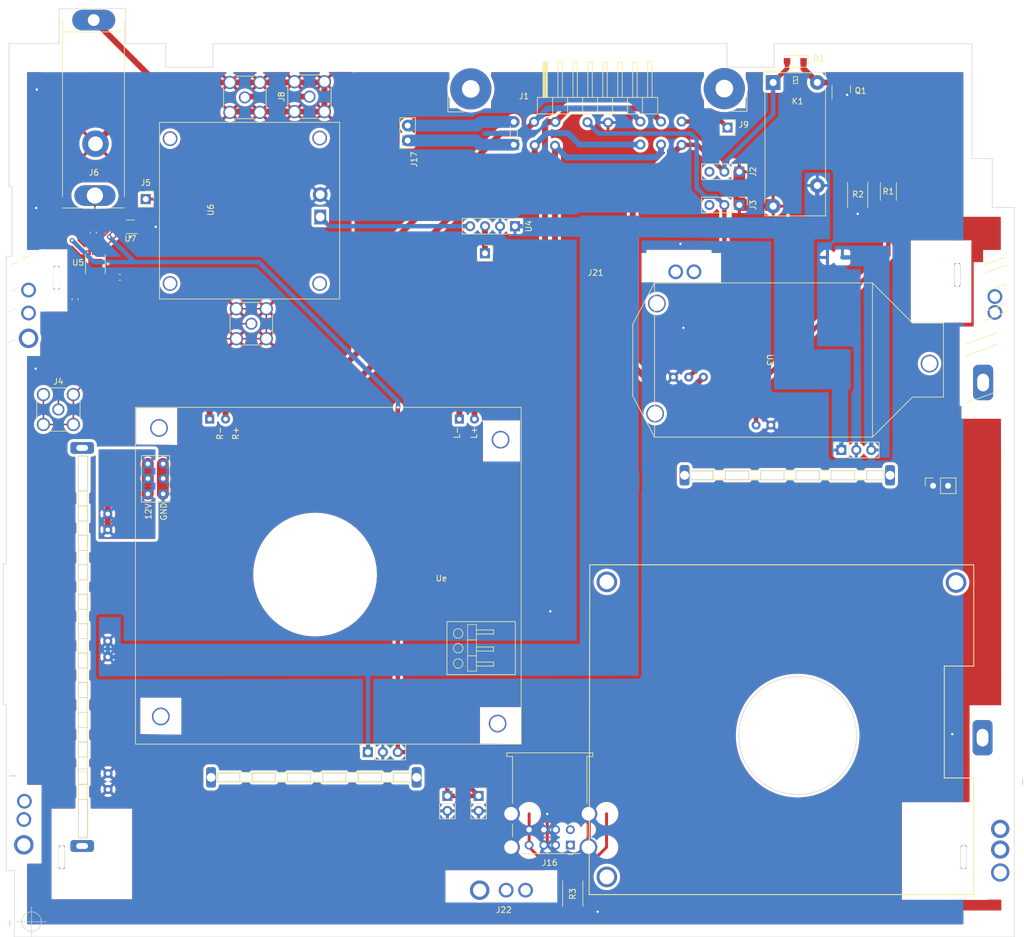
<source format=kicad_pcb>
(kicad_pcb (version 20211014) (generator pcbnew)
  (title_block (title "MotherboaredRev1_3") (date "2022-08-19") (rev "1.3"))
  (layers (0 "F.Cu" signal) (31 "B.Cu" signal) (34 "B.Paste" user) (35 "F.Paste" user) (36 "B.SilkS" user "B.Silkscreen") (37 "F.SilkS" user "F.Silkscreen") (38 "B.Mask" user) (39 "F.Mask" user) (44 "Edge.Cuts" user))
  (net 0 "")
  (net 1 "GND")
  (net 2 "Net-(Q1-Pad2)")
  (net 3 "Net-(J16-Pad9)")
  (net 4 "RELAY")
  (net 5 "Vmem")
  (net 6 "Vdd")
  (net 7 "Vsrc")
  (net 8 "Net-(D1-Pad1)")
  (net 9 "5V")
  (net 14 "Radio_EN")
  (net 15 "5V_GP")
  (net 16 "FrontSpkr_L+")
  (net 17 "FrontSpkr_L-")
  (net 18 "Illum")
  (net 19 "Dim")
  (net 20 "Antenna_Pwr")
  (net 21 "FrontSpkr_R+")
  (net 22 "FrontSpkr_R-")
  (net 23 "Vacc")
  (net 26 "Antenna")
  (net 27 "AudioPwr")
  (net 28 "RF_CTL")
  (net 29 "RF_A")
  (net 30 "RF_B")
  (net 31 "8V")
  (net 32 "Net-(C2-Pad1)")
  (net 33 "Net-(C3-Pad1)")
  (net 34 "RF_TX")
  (net 35 "RF_RX")
  (net 36 "RF_ATX")
  (net 37 "RF_gnd")
  (net 38 "Net-(C1-Pad2)")
  (footprint "Connector_PinSocket_2.54mm:PinSocket_1x01_P2.54mm_Vertical" (layer "F.Cu") (at 206.8 92.6)
    (fp_text reference "J10" hide)
    (fp_text value "RF_EN")
  )
  (footprint "Connector_Coaxial:SMA_Amphenol_132134_Vertical" (layer "F.Cu") (at 177 66 90)
    (fp_text reference "J8")
    (fp_text value "RF_TX")
  )
  (footprint "Relay_THT:Relay_1P1T_NO_10x24x18.8mm_Panasonic_ADW11xxxxW_THT" (layer "F.Cu") (at 255.7425 63.5925)
    (fp_text reference "K1")
    (fp_text value "ADW1112HTW " hide)
  )
  (footprint "Capacitor_SMD:C_0603_1608Metric_Pad1.08x0.95mm_HandSolder" (layer "F.Cu") (at 144.8 96.663454)
    (fp_text reference "C3" hide)
    (fp_text value "10uF" hide)
  )
  (footprint "Connector_PinSocket_2.54mm:PinSocket_1x02_P2.54mm_Vertical" (layer "F.Cu") (at 282.9 132.075 90)
    (fp_text reference "J14" hide)
    (fp_text value "5V_1")
  )
  (footprint "Custom:AudioAmp_PS" (layer "F.Cu") (at 140.7 192.25 90)
    (fp_text reference "U1" hide)
    (fp_text value "AudioAmp_PS")
  )
  (footprint "Custom:MotherBoard_Bracket_2" (layer "F.Cu") (at 125.395 110.0425)
    (fp_text reference "J21")
    (fp_text value "Motherboard bracket")
  )
  (footprint "Custom:SubaruRadioJack" (layer "F.Cu") (at 134.8675 83)
    (fp_text reference "J6")
    (fp_text value "AntennaExternal" hide)
  )
  (footprint "Connector_Coaxial:SMA_Amphenol_132134_Vertical" (layer "F.Cu") (at 134.366 119.126)
    (fp_text reference "J4")
    (fp_text value "RF_RX")
  )
  (footprint "Custom:5V_Reg_Footprint_VertMnt" (layer "F.Cu") (at 274.6 131.1 90)
    (fp_text reference "J15" hide)
    (fp_text value "RPI_Buck")
  )
  (footprint "Connector_PinSocket_2.54mm:PinSocket_1x02_P2.54mm_Vertical" (layer "F.Cu") (at 205.725 184.75)
    (fp_text reference "J20" hide)
    (fp_text value "5V_3")
  )
  (footprint "Connector_PinHeader_2.54mm:PinHeader_1x03_P2.54mm_Vertical" (layer "F.Cu") (at 250 78.75 -90)
    (fp_text reference "J2")
    (fp_text value "Vmem Jumper")
  )
  (footprint "Custom:MotherBoard_Bracket_1" (layer "F.Cu") (at 298.1 206.85)
    (fp_text reference "J22")
    (fp_text value "Motherboard bracket")
  )
  (footprint "Custom:PS_Controller" (layer "F.Cu") (at 231.6 97.275 -90)
    (fp_text reference "U3")
    (fp_text value "PowerSupplyCtrl")
  )
  (footprint "Custom:RectangleSlot" (layer "F.Cu") (at 288.1 195.14)
    (fp_text reference "H1" hide)
    (fp_text value "MountingHole")
  )
  (footprint "Custom:AudioAmp" (layer "F.Cu") (at 212.955 175.955 90)
    (fp_text reference "Ue")
    (fp_text value "AudioAmp")
  )
  (footprint "Connector_PinSocket_2.54mm:PinSocket_1x01_P2.54mm_Vertical" (layer "F.Cu") (at 248 71.25)
    (fp_text reference "J9")
    (fp_text value "AntennaPwr_Conn")
  )
  (footprint "Capacitor_SMD:C_0603_1608Metric_Pad1.08x0.95mm_HandSolder" (layer "F.Cu") (at 140.3 89.1 -90)
    (fp_text reference "C1" hide)
    (fp_text value "10uF" hide)
  )
  (footprint "Connector_USB:USB_A_Wuerth_61400826021_Horizontal_Stacked" (layer "F.Cu") (at 221.3 193.1 180)
    (fp_text reference "J16")
    (fp_text value "AUSB2-4599")
  )
  (footprint "Connector_PinSocket_2.54mm:PinSocket_1x01_P2.54mm_Vertical" (layer "F.Cu") (at 149.2 83.4)
    (fp_text reference "J5")
    (fp_text value "RF_CTRL")
  )
  (footprint "MountingHole:MountingHole_2.5mm_Pad" (layer "F.Cu") (at 286.8 148.5)
    (fp_text reference "H7" hide)
    (fp_text value "DAC_mount")
  )
  (footprint "Resistor_SMD:R_2512_6332Metric_Pad1.40x3.35mm_HandSolder" (layer "F.Cu") (at 270.1 82.7 90)
    (fp_text reference "R2")
    (fp_text value "47K" hide)
  )
  (footprint "Custom:HeadUnit_Conn" (layer "F.Cu") (at 200.9 68.1875)
    (fp_text reference "J1")
    (fp_text value "Wire Harness")
  )
  (footprint "Custom:RectangleSlot" (layer "F.Cu") (at 134.95 195.15)
    (fp_text reference "H2" hide)
    (fp_text value "MountingHole")
  )
  (footprint "Connector_PinSocket_2.54mm:PinSocket_1x02_P2.54mm_Vertical" (layer "F.Cu") (at 200.425 184.75)
    (fp_text reference "J18" hide)
    (fp_text value "5V_2")
  )
  (footprint "Capacitor_SMD:C_0603_1608Metric_Pad1.08x0.95mm_HandSolder" (layer "F.Cu") (at 137.2 100.4 -90)
    (fp_text reference "C2" hide)
    (fp_text value "10uF" hide)
  )
  (footprint "Resistor_SMD:R_2512_6332Metric_Pad1.40x3.35mm_HandSolder" (layer "F.Cu") (at 221.71 201.35 90)
    (fp_text reference "R3")
    (fp_text value "HCJ2512ZT0R00" hide)
  )
  (footprint "Diode_SMD:D_SOD-123F" (layer "F.Cu") (at 259.5 60 180)
    (fp_text reference "D1")
    (fp_text value "FS1B" hide)
  )
  (footprint "Custom:5V_Reg_Footprint_VertMnt" (layer "F.Cu") (at 194.2 182.4 90)
    (fp_text reference "J19" hide)
    (fp_text value "GP_Buck")
  )
  (footprint "Connector_PinHeader_2.54mm:PinHeader_1x03_P2.54mm_Vertical" (layer "F.Cu") (at 250 84.4 -90)
    (fp_text reference "J3")
    (fp_text value "Vacc_jumper")
  )
  (footprint "Resistor_SMD:R_2010_5025Metric_Pad1.40x2.65mm_HandSolder" (layer "F.Cu") (at 275.3 82.1 90)
    (fp_text reference "R1")
    (fp_text value "470Ohm")
  )
  (footprint "Custom:HMC784AMS8GETR" (layer "F.Cu") (at 140.6475 94.43655 -90)
    (fp_text reference "U5")
    (fp_text value "HMC784AMS8GETR" hide)
  )
  (footprint "Custom:RectangleSlot" (layer "F.Cu") (at 287 96.25)
    (fp_text reference "H4" hide)
    (fp_text value "MountingHole" hide)
  )
  (footprint "Connector_PinHeader_2.54mm:PinHeader_1x04_P2.54mm_Vertical" (layer "F.Cu") (at 211.9 88 -90)
    (fp_text reference "U4")
    (fp_text value "RadioRegulator")
  )
  (footprint "Package_TO_SOT_SMD:SOT-363_SC-70-6_Handsoldering" (layer "F.Cu") (at 146.6 88.1 180)
    (fp_text reference "U7")
    (fp_text value "SN74LVC2G06QDCKRQ1" hide)
  )
  (footprint "Custom:RectangleSlot" (layer "F.Cu") (at 134.05 96.75)
    (fp_text reference "H3" hide)
    (fp_text value "MountingHole")
  )
  (footprint "Connector_PinSocket_2.54mm:PinSocket_1x02_P2.54mm_Vertical" (layer "F.Cu") (at 193.675 73.45 180)
    (fp_text reference "J17")
    (fp_text value "Illum/Dim")
  )
  (footprint "MountingHole:MountingHole_2.5mm_Pad" (layer "F.Cu") (at 227.5 148.4)
    (fp_text reference "H5" hide)
    (fp_text value "DAC_mount")
  )
  (footprint "Custom:RadioAmp" (layer "F.Cu") (at 181.032 100.329 90)
    (fp_text reference "U6")
    (fp_text value "RadioAmp")
  )
  (footprint "MountingHole:MountingHole_2.5mm_Pad" (layer "F.Cu") (at 227.5 198.5)
    (fp_text reference "H8" hide)
    (fp_text value "DAC_mount" hide)
  )
  (footprint "Custom:SOT-23" (layer "F.Cu") (at 267.3 64.7 90)
    (fp_text reference "Q1")
    (fp_text value "T2N7002BK,LM")
  )
  (gr_line (start 289.8 145.5) (end 289.8 162.7) (layer "F.SilkS") (width 0.15))
  (gr_line (start 289.8 181.7) (end 289.8 201.5) (layer "F.SilkS") (width 0.15))
  (gr_line (start 224.6 145.5) (end 289.8 145.5) (layer "F.SilkS") (width 0.15))
  (gr_line (start 224.5 201.5) (end 224.6 145.5) (layer "F.SilkS") (width 0.15))
  (gr_line (start 289.8 201.5) (end 224.5 201.5) (layer "F.SilkS") (width 0.15))
  (gr_line (start 284.8 162.7) (end 284.8 181.7) (layer "F.SilkS") (width 0.15))
  (gr_line (start 289.8 162.7) (end 284.8 162.7) (layer "F.SilkS") (width 0.15))
  (gr_line (start 284.8 181.7) (end 289.8 181.7) (layer "F.SilkS") (width 0.15))
  (gr_rect (start 137.75 175.55) (end 139.35 178.15) (layer "Edge.Cuts") (width 0.1) (fill none))
  (gr_rect (start 173.3 180.9) (end 177.2 182.3) (layer "Edge.Cuts") (width 0.1) (fill none))
  (gr_rect (start 271.65 129.55) (end 274.55 131.05) (layer "Edge.Cuts") (width 0.1) (fill none))
  (gr_rect (start 137.75 135.45) (end 139.35 138.05) (layer "Edge.Cuts") (width 0.1) (fill none))
  (gr_line (start 126.5 81.3) (end 126.5 93.1) (layer "Edge.Cuts") (width 0.1))
  (gr_line (start 145.8 57) (end 152.6 57) (layer "Edge.Cuts") (width 0.1))
  (gr_line (start 126.5 93.1) (end 125.5 93.1) (layer "Edge.Cuts") (width 0.1))
  (gr_rect (start 259.65 129.55) (end 263.55 131.05) (layer "Edge.Cuts") (width 0.1) (fill none))
  (gr_rect (start 137.75 165.45) (end 139.35 168.05) (layer "Edge.Cuts") (width 0.1) (fill none))
  (gr_rect (start 161.45 180.9) (end 165.15 182.3) (layer "Edge.Cuts") (width 0.1) (fill none))
  (gr_line (start 247.9 57) (end 247.9 61) (layer "Edge.Cuts") (width 0.1))
  (gr_rect (start 137.75 185.35) (end 139.35 191.75) (layer "Edge.Cuts") (width 0.1) (fill none))
  (gr_line (start 255.9 61) (end 255.9 57) (layer "Edge.Cuts") (width 0.1))
  (gr_rect (start 191.3 180.9) (end 194.2 182.3) (layer "Edge.Cuts") (width 0.1) (fill none))
  (gr_rect (start 137.75 160.45) (end 139.35 163.05) (layer "Edge.Cuts") (width 0.1) (fill none))
  (gr_line (start 160.6 57) (end 247.9 57) (layer "Edge.Cuts") (width 0.1))
  (gr_line (start 125 145.4) (end 125 169.2) (layer "Edge.Cuts") (width 0.1))
  (gr_line (start 152.6 57) (end 152.6 61) (layer "Edge.Cuts") (width 0.1))
  (gr_line (start 134.5 51.1) (end 145.8 51) (layer "Edge.Cuts") (width 0.1))
  (gr_line (start 125.5 169.2) (end 125.5 197.4) (layer "Edge.Cuts") (width 0.1))
  (gr_line (start 125.5 145.4) (end 125 145.4) (layer "Edge.Cuts") (width 0.1))
  (gr_line (start 292.95 76.5) (end 292.95 84.8) (layer "Edge.Cuts") (width 0.1))
  (gr_rect (start 253.65 129.55) (end 257.6 131.05) (layer "Edge.Cuts") (width 0.1) (fill none))
  (gr_line (start 292.95 84.8) (end 296.7 84.8) (layer "Edge.Cuts") (width 0.1))
  (gr_rect (start 137.75 180.15) (end 139.35 182.75) (layer "Edge.Cuts") (width 0.1) (fill none))
  (gr_line (start 125 169.2) (end 125.5 169.2) (layer "Edge.Cuts") (width 0.1))
  (gr_line (start 296.7 84.8) (end 296.7 208.7) (layer "Edge.Cuts") (width 0.1))
  (gr_line (start 126.9 208.7) (end 296.7 208.7) (layer "Edge.Cuts") (width 0.1))
  (gr_rect (start 185.3 180.9) (end 189.2 182.3) (layer "Edge.Cuts") (width 0.1) (fill none))
  (gr_rect (start 137.75 140.45) (end 139.35 143.05) (layer "Edge.Cuts") (width 0.1) (fill none))
  (gr_rect (start 179.3 180.9) (end 183.2 182.3) (layer "Edge.Cuts") (width 0.1) (fill none))
  (gr_rect (start 247.65 129.6) (end 251.6 131) (layer "Edge.Cuts") (width 0.1) (fill none))
  (gr_line (start 152.6 61) (end 160.6 61) (layer "Edge.Cuts") (width 0.1))
  (gr_line (start 126.9 197.4) (end 126.9 208.7) (layer "Edge.Cuts") (width 0.1))
  (gr_line (start 134.5 57) (end 134.5 51.1) (layer "Edge.Cuts") (width 0.1))
  (gr_line (start 126 57) (end 134.5 57) (layer "Edge.Cuts") (width 0.1))
  (gr_rect (start 241.75 129.6) (end 245.5 131) (layer "Edge.Cuts") (width 0.1) (fill none))
  (gr_rect (start 137.75 155.45) (end 139.35 158.05) (layer "Edge.Cuts") (width 0.1) (fill none))
  (gr_line (start 289.5 76.5) (end 292.95 76.5) (layer "Edge.Cuts") (width 0.1))
  (gr_line (start 126 81.3) (end 126.5 81.3) (layer "Edge.Cuts") (width 0.1))
  (gr_rect (start 137.75 150.45) (end 139.35 153.05) (layer "Edge.Cuts") (width 0.1) (fill none))
  (gr_line (start 125.5 93.1) (end 125.5 145.4) (layer "Edge.Cuts") (width 0.1))
  (gr_rect (start 137.75 127.05) (end 139.35 132.95) (layer "Edge.Cuts") (width 0.1) (fill none))
  (gr_rect (start 137.75 145.45) (end 139.35 148.05) (layer "Edge.Cuts") (width 0.1) (fill none))
  (gr_rect (start 167.3 180.9) (end 171.2 182.3) (layer "Edge.Cuts") (width 0.1) (fill none))
  (gr_line (start 160.6 61) (end 160.6 57) (layer "Edge.Cuts") (width 0.1))
  (gr_rect (start 137.75 170.55) (end 139.35 173.15) (layer "Edge.Cuts") (width 0.1) (fill none))
  (gr_line (start 289.5 57) (end 289.5 76.5) (layer "Edge.Cuts") (width 0.1))
  (gr_line (start 247.9 61) (end 255.9 61) (layer "Edge.Cuts") (width 0.1))
  (gr_line (start 145.8 51) (end 145.8 57) (layer "Edge.Cuts") (width 0.1))
  (gr_line (start 255.9 57) (end 289.5 57) (layer "Edge.Cuts") (width 0.1))
  (gr_circle (center 259.9 174.5) (end 269.9 174.6) (layer "Edge.Cuts") (width 0.1) (fill none))
  (gr_line (start 126 81.3) (end 126 57) (layer "Edge.Cuts") (width 0.1))
  (gr_rect (start 265.6 129.55) (end 269.6 131.05) (layer "Edge.Cuts") (width 0.1) (fill none))
  (gr_line (start 125.5 197.4) (end 126.9 197.4) (layer "Edge.Cuts") (width 0.1))
  (target plus (at 129.8 206.1) (size 5) (width 0.1) (layer "Edge.Cuts"))
  (segment (start 152.1 128.35) (end 152.1 133.45) (width 2) (layer "F.Cu") (net 1))
  (segment (start 200.425 187.29) (end 205.725 187.29) (width 0.25) (layer "F.Cu") (net 1))
  (segment (start 221.71 204.4) (end 225.93 204.4) (width 0.25) (layer "F.Cu") (net 1))
  (segment (start 217.38 190.48) (end 217.38 193.1) (width 0.5) (layer "F.Cu") (net 1))
  (segment (start 225.93 204.4) (end 225.94 204.41) (width 0.25) (layer "F.Cu") (net 1))
  (segment (start 217.38 190.48) (end 217.38 187.81) (width 0.5) (layer "F.Cu") (net 1))
  (segment (start 147.93 88.1) (end 150.9 88.1) (width 0.25) (layer "F.Cu") (net 1))
  (via (at 286.15 174.25) (size 0.8) (drill 0.4) (layers "F.Cu" "B.Cu") (net 1))
  (via (at 225.94 204.41) (size 0.8) (drill 0.4) (layers "F.Cu" "B.Cu") (net 1))
  (via (at 217.38 187.81) (size 0.8) (drill 0.4) (layers "F.Cu" "B.Cu") (net 1))
  (via (at 268.3 65.7) (size 0.8) (drill 0.4) (layers "F.Cu" "B.Cu") (net 1))
  (via (at 240.5 105.25) (size 0.8) (drill 0.4) (layers "F.Cu" "B.Cu") (net 1))
  (via (at 150.9 88.1) (size 0.8) (drill 0.4) (layers "F.Cu" "B.Cu") (net 1))
  (via (at 240 91) (size 0.8) (drill 0.4) (layers "F.Cu" "B.Cu") (net 1))
  (via (at 270.1 85.9) (size 0.8) (drill 0.4) (layers "F.Cu" "B.Cu") (net 1))
  (via (at 130.6 84.9) (size 0.8) (drill 0.4) (layers "F.Cu" "B.Cu") (net 1))
  (via (at 217.9 153.4) (size 0.8) (drill 0.4) (layers "F.Cu" "B.Cu") (net 1))
  (via (at 130.7 64.8) (size 0.8) (drill 0.4) (layers "F.Cu" "B.Cu") (net 1))
  (via (at 130.5 112.2) (size 0.8) (drill 0.4) (layers "F.Cu" "B.Cu") (net 1))
  (segment (start 269.95 79.65) (end 266.35 76.05) (width 1) (layer "F.Cu") (net 2))
  (segment (start 275.3 79.7) (end 270.15 79.7) (width 1) (layer "F.Cu") (net 2))
  (segment (start 270.1 79.65) (end 269.95 79.65) (width 0.25) (layer "F.Cu") (net 2))
  (segment (start 270.15 79.7) (end 270.1 79.65) (width 0.25) (layer "F.Cu") (net 2))
  (segment (start 266.35 76.05) (end 266.35 65.6375) (width 1) (layer "F.Cu") (net 2))
  (segment (start 227.45 187.77) (end 227.45 193.45) (width 0.5) (layer "F.Cu") (net 3))
  (segment (start 214.31 193.45) (end 217.4 196.54) (width 0.5) (layer "F.Cu") (net 3))
  (segment (start 222.6 198.3) (end 221.71 198.3) (width 0.25) (layer "F.Cu") (net 3))
  (segment (start 217.4 196.54) (end 219.95 196.54) (width 0.5) (layer "F.Cu") (net 3))
  (segment (start 227.45 193.45) (end 222.6 198.3) (width 0.5) (layer "F.Cu") (net 3))
  (segment (start 214.31 187.77) (end 214.31 193.45) (width 0.5) (layer "F.Cu") (net 3))
  (segment (start 219.95 196.54) (end 221.71 198.3) (width 0.5) (layer "F.Cu") (net 3))
  (segment (start 275.3 84.5) (end 275.3 92.9) (width 0.75) (layer "F.Cu") (net 4))
  (segment (start 275.3 92.9) (end 252.85 115.35) (width 0.75) (layer "F.Cu") (net 4))
  (segment (start 252.85 115.35) (end 252.85 121.775) (width 0.75) (layer "F.Cu") (net 4))
  (segment (start 240.2 74.1875) (end 231.9 82.4875) (width 1) (layer "F.Cu") (net 5))
  (segment (start 231.9 82.4875) (end 231.9 111.6) (width 1) (layer "F.Cu") (net 5))
  (segment (start 258.1 60) (end 258.1 61.235) (width 0.75) (layer "F.Cu") (net 5))
  (segment (start 240.2 74.1875) (end 242.8975 74.1875) (width 0.75) (layer "F.Cu") (net 5))
  (segment (start 242.8975 74.1875) (end 247.46 78.75) (width 0.75) (layer "F.Cu") (net 5))
  (segment (start 237.3 117) (end 240.525 117) (width 1) (layer "F.Cu") (net 5))
  (segment (start 231.9 111.6) (end 237.3 117) (width 1) (layer "F.Cu") (net 5))
  (segment (start 258.1 61.235) (end 255.7425 63.5925) (width 0.75) (layer "F.Cu") (net 5))
  (segment (start 240.525 117) (end 243.9 113.625) (width 1) (layer "F.Cu") (net 5))
  (segment (start 247.46 78.75) (end 247.46 77.24) (width 0.75) (layer "B.Cu") (net 5))
  (segment (start 247.46 77.24) (end 255.7425 68.9575) (width 0.75) (layer "B.Cu") (net 5))
  (segment (start 255.7425 68.9575) (end 255.7425 63.5925) (width 0.75) (layer "B.Cu") (net 5))
  (segment (start 255.55 84.4) (end 255.7425 84.5925) (width 2) (layer "F.Cu") (net 6))
  (segment (start 250 84.4) (end 255.55 84.4) (width 2) (layer "F.Cu") (net 6))
  (segment (start 250 84.4) (end 250 78.75) (width 2) (layer "F.Cu") (net 6))
  (segment (start 263.2425 87.2575) (end 262.5 88) (width 0.75) (layer "B.Cu") (net 7))
  (segment (start 142.75 161.15) (end 142.75 158.45) (width 0.75) (layer "B.Cu") (net 7))
  (segment (start 265.3 113.1) (end 267.37 115.17) (width 0.75) (layer "B.Cu") (net 7))
  (segment (start 258.6 88) (end 258.6 107.5) (width 0.75) (layer "B.Cu") (net 7))
  (segment (start 186.95 161.61) (end 186.95 177.3) (width 0.75) (layer "B.Cu") (net 7))
  (segment (start 224.8 160.5) (end 224.2 161.1) (width 0.75) (layer "B.Cu") (net 7))
  (segment (start 224.2 161.1) (end 214.9 161.1) (width 0.75) (layer "B.Cu") (net 7))
  (segment (start 222.8 88) (end 224.8 90) (width 0.75) (layer "B.Cu") (net 7))
  (segment (start 258.6 88) (end 222.7 88) (width 0.75) (layer "B.Cu") (net 7))
  (segment (start 222.7 88) (end 222.8 88) (width 0.75) (layer "B.Cu") (net 7))
  (segment (start 262.5 88) (end 258.6 88) (width 0.75) (layer "B.Cu") (net 7))
  (segment (start 189.45 161.15) (end 214.85 161.15) (width 0.75) (layer "B.Cu") (net 7))
  (segment (start 214.85 161.15) (end 214.9 161.1) (width 0.75) (layer "B.Cu") (net 7))
  (segment (start 224.8 90) (end 224.8 160.5) (width 0.75) (layer "B.Cu") (net 7))
  (segment (start 267.37 122.32) (end 267.32 122.37) (width 0.75) (layer "B.Cu") (net 7))
  (segment (start 214.9 161.1) (end 214.5 161.1) (width 0.75) (layer "B.Cu") (net 7))
  (segment (start 189.45 161.15) (end 186.97 163.63) (width 0.75) (layer "B.Cu") (net 7))
  (segment (start 258.6 107.5) (end 264.2 113.1) (width 0.75) (layer "B.Cu") (net 7))
  (segment (start 267.32 122.37) (end 267.32 126) (width 0.75) (layer "B.Cu") (net 7))
  (segment (start 267.37 115.17) (end 267.37 122.32) (width 0.75) (layer "B.Cu") (net 7))
  (segment (start 211.9 88) (end 222.7 88) (width 0.75) (layer "B.Cu") (net 7))
  (segment (start 263.2425 81.0925) (end 263.2425 87.2575) (width 0.75) (layer "B.Cu") (net 7))
  (segment (start 264.2 113.1) (end 265.3 113.1) (width 0.75) (layer "B.Cu") (net 7))
  (segment (start 189.45 161.15) (end 142.75 161.15) (width 0.75) (layer "B.Cu") (net 7))
  (segment (start 267.105 63.5925) (end 267.1625 63.65) (width 0.25) (layer "F.Cu") (net 8))
  (segment (start 267.13 63.5925) (end 267.3 63.7625) (width 1) (layer "F.Cu") (net 8))
  (segment (start 260.9 61.25) (end 260.9 60) (width 1) (layer "F.Cu") (net 8))
  (segment (start 263.2425 63.5925) (end 267.13 63.5925) (width 1) (layer "F.Cu") (net 8))
  (segment (start 263.2425 63.5925) (end 260.9 61.25) (width 1) (layer "F.Cu") (net 8))
  (segment (start 272.4 93.9) (end 272.4 126) (width 0.75) (layer "B.Cu") (net 9))
  (segment (start 267.5 93.3) (end 271.8 93.3) (width 0.75) (layer "B.Cu") (net 9))
  (segment (start 271.8 93.3) (end 272.4 93.9) (width 0.75) (layer "B.Cu") (net 9))
  (segment (start 206.8 92.6) (end 206.8 88.02) (width 1) (layer "F.Cu") (net 14))
  (segment (start 206.8 88.02) (end 206.82 88) (width 0.3) (layer "F.Cu") (net 14))
  (segment (start 200.425 181.765) (end 200.425 184.75) (width 0.75) (layer "F.Cu") (net 15))
  (segment (start 195.96 177.3) (end 192 177.3) (width 0.75) (layer "F.Cu") (net 15))
  (segment (start 197.98 179.32) (end 195.96 177.3) (width 0.75) (layer "F.Cu") (net 15))
  (segment (start 200.295 179.32) (end 205.725 184.75) (width 0.75) (layer "F.Cu") (net 15))
  (segment (start 136.7 90.4) (end 138.51405 92.21405) (width 0.2) (layer "F.Cu") (net 15))
  (segment (start 224.38 190.48) (end 224.38 193.1) (width 0.75) (layer "F.Cu") (net 15))
  (segment (start 192 118.8) (end 192 177.3) (width 0.75) (layer "F.Cu") (net 15))
  (segment (start 200.425 184.75) (end 205.725 184.75) (width 0.75) (layer "F.Cu") (net 15))
  (segment (start 221.92 179.32) (end 224.38 181.78) (width 0.75) (layer "F.Cu") (net 15))
  (segment (start 144.370978 88.1) (end 145.27 88.1) (width 0.2) (layer "F.Cu") (net 15))
  (segment (start 200.42 179.32) (end 221.92 179.32) (width 0.75) (layer "F.Cu") (net 15))
  (segment (start 197.98 179.32) (end 200.425 181.765) (width 0.75) (layer "F.Cu") (net 15))
  (segment (start 198.82 179.32) (end 200.295 179.32) (width 0.75) (layer "F.Cu") (net 15))
  (segment (start 224.38 181.78) (end 224.38 190.48) (width 0.75) (layer "F.Cu") (net 15))
  (segment (start 143 89.8) (end 143 89.470978) (width 0.2) (layer "F.Cu") (net 15))
  (segment (start 198.82 179.32) (end 200.42 179.32) (width 0.75) (layer "F.Cu") (net 15))
  (segment (start 143 89.470978) (end 144.370978 88.1) (width 0.2) (layer "F.Cu") (net 15))
  (segment (start 138.51405 92.21405) (end 139.67214 92.21405) (width 0.2) (layer "F.Cu") (net 15))
  (segment (start 197.98 179.32) (end 198.82 179.32) (width 0.75) (layer "F.Cu") (net 15))
  (segment (start 192.05 118.75) (end 192 118.8) (width 0.75) (layer "F.Cu") (net 15))
  (via (at 192.05 118.75) (size 0.8) (drill 0.4) (layers "F.Cu" "B.Cu") (net 15))
  (via (at 136.7 90.4) (size 0.8) (drill 0.4) (layers "F.Cu" "B.Cu") (net 15))
  (via (at 143 89.8) (size 0.8) (drill 0.4) (layers "F.Cu" "B.Cu") (net 15))
  (segment (start 192.05 118.75) (end 192.05 117.75) (width 0.75) (layer "B.Cu") (net 15))
  (segment (start 168.4 94.1) (end 147.3 94.1) (width 0.75) (layer "B.Cu") (net 15))
  (segment (start 192.05 117.75) (end 168.4 94.1) (width 0.75) (layer "B.Cu") (net 15))
  (segment (start 140.4 94.1) (end 136.7 90.4) (width 0.75) (layer "B.Cu") (net 15))
  (segment (start 147.3 94.1) (end 140.4 94.1) (width 0.75) (layer "B.Cu") (net 15))
  (segment (start 143 89.8) (end 147.3 94.1) (width 0.75) (layer "B.Cu") (net 15))
  (segment (start 218.7 74.3375) (end 218.7 102.2) (width 1) (layer "F.Cu") (net 16))
  (segment (start 205.015 115.885) (end 205.015 120.755) (width 1) (layer "F.Cu") (net 16))
  (segment (start 218.7 102.2) (end 205.015 115.885) (width 1) (layer "F.Cu") (net 16))
  (segment (start 236.7 75.4) (end 236.7 74.1375) (width 1) (layer "B.Cu") (net 16))
  (segment (start 220.6625 76.3) (end 235.8 76.3) (width 1) (layer "B.Cu") (net 16))
  (segment (start 218.7 74.3375) (end 220.6625 76.3) (width 1) (layer "B.Cu") (net 16))
  (segment (start 235.8 76.3) (end 236.7 75.4) (width 1) (layer "B.Cu") (net 16))
  (segment (start 218.75 70.2875) (end 221.0375 68) (width 1) (layer "F.Cu") (net 17))
  (segment (start 217 70.75) (end 217 101.1) (width 1) (layer "F.Cu") (net 17))
  (segment (start 221.0375 68) (end 234.4625 68) (width 1) (layer "F.Cu") (net 17))
  (segment (start 202.455 115.645) (end 202.455 120.755) (width 1) (layer "F.Cu") (net 17))
  (segment (start 217.4625 70.2875) (end 217 70.75) (width 1) (layer "F.Cu") (net 17))
  (segment (start 217 101.1) (end 202.455 115.645) (width 1) (layer "F.Cu") (net 17))
  (segment (start 234.4625 68) (end 236.7 70.2375) (width 1) (layer "F.Cu") (net 17))
  (segment (start 218.75 70.2875) (end 217.4625 70.2875) (width 1) (layer "F.Cu") (net 17))
  (segment (start 205.9925 74.1675) (end 205.275 73.45) (width 2) (layer "B.Cu") (net 18))
  (segment (start 211.7 74.1675) (end 205.9925 74.1675) (width 2) (layer "B.Cu") (net 18))
  (segment (start 205.275 73.45) (end 193.675 73.45) (width 2) (layer "B.Cu") (net 18))
  (segment (start 206.0975 70.2875) (end 205.475 70.91) (width 2) (layer "B.Cu") (net 19))
  (segment (start 205.475 70.91) (end 193.675 70.91) (width 2) (layer "B.Cu") (net 19))
  (segment (start 211.7 70.2875) (end 206.0975 70.2875) (width 2) (layer "B.Cu") (net 19))
  (segment (start 240.2 70.2375) (end 246.9875 70.2375) (width 0.75) (layer "F.Cu") (net 20))
  (segment (start 246.9875 70.2375) (end 248 71.25) (width 0.75) (layer "F.Cu") (net 20))
  (segment (start 213.5 77.5) (end 209.75 77.5) (width 1) (layer "F.Cu") (net 21))
  (segment (start 162.755 117.545) (end 162.755 120.755) (width 1) (layer "F.Cu") (net 21))
  (segment (start 215.25 74.2375) (end 215.25 75.75) (width 1) (layer "F.Cu") (net 21))
  (segment (start 189.699022 97.550978) (end 189.699022 109.600978) (width 1) (layer "F.Cu") (net 21))
  (segment (start 189.699022 109.600978) (end 185.2 114.1) (width 1) (layer "F.Cu") (net 21))
  (segment (start 166.2 114.1) (end 162.755 117.545) (width 1) (layer "F.Cu") (net 21))
  (segment (start 185.2 114.1) (end 166.2 114.1) (width 1) (layer "F.Cu") (net 21))
  (segment (start 215.25 75.75) (end 213.5 77.5) (width 1) (layer "F.Cu") (net 21))
  (segment (start 209.75 77.5) (end 189.699022 97.550978) (width 1) (layer "F.Cu") (net 21))
  (segment (start 233.2 74.1375) (end 222.8375 74.1375) (width 1) (layer "B.Cu") (net 21))
  (segment (start 222.8375 74.1375) (end 220.9 72.2) (width 1) (layer "B.Cu") (net 21))
  (segment (start 220.9 72.2) (end 217.2875 72.2) (width 1) (layer "B.Cu") (net 21))
  (segment (start 217.2875 72.2) (end 215.25 74.2375) (width 1) (layer "B.Cu") (net 21))
  (segment (start 185.771011 108.828989) (end 182.7 111.9) (width 1) (layer "F.Cu") (net 22))
  (segment (start 160.055 116.245) (end 160.055 120.755) (width 1) (layer "F.Cu") (net 22))
  (segment (start 182.7 111.9) (end 164.4 111.9) (width 1) (layer "F.Cu") (net 22))
  (segment (start 213.1875 72.25) (end 209.5 72.25) (width 1) (layer "F.Cu") (net 22))
  (segment (start 209.5 72.25) (end 185.771011 95.978989) (width 1) (layer "F.Cu") (net 22))
  (segment (start 185.771011 95.978989) (end 185.771011 108.828989) (width 1) (layer "F.Cu") (net 22))
  (segment (start 164.4 111.9) (end 160.055 116.245) (width 1) (layer "F.Cu") (net 22))
  (segment (start 215.15 70.2875) (end 213.1875 72.25) (width 1) (layer "F.Cu") (net 22))
  (segment (start 217.4375 68) (end 230.9625 68) (width 1) (layer "B.Cu") (net 22))
  (segment (start 215.15 70.2875) (end 217.4375 68) (width 1) (layer "B.Cu") (net 22))
  (segment (start 230.9625 68) (end 233.2 70.2375) (width 1) (layer "B.Cu") (net 22))
  (segment (start 247.46 107.94) (end 247.085 107.94) (width 0.75) (layer "F.Cu") (net 23))
  (segment (start 247.085 107.94) (end 241.4 113.625) (width 0.75) (layer "F.Cu") (net 23))
  (segment (start 247.46 84.4) (end 247.46 107.94) (width 0.75) (layer "F.Cu") (net 23))
  (segment (start 241.75 72.25) (end 242.75 73.25) (width 0.75) (layer "B.Cu") (net 23))
  (segment (start 246.035489 82.975489) (end 247.46 84.4) (width 0.75) (layer "B.Cu") (net 23))
  (segment (start 244.225489 82.975489) (end 246.035489 82.975489) (width 0.75) (layer "B.Cu") (net 23))
  (segment (start 242.75 73.25) (end 242.75 81.5) (width 0.75) (layer "B.Cu") (net 23))
  (segment (start 242.75 81.5) (end 244.225489 82.975489) (width 0.75) (layer "B.Cu") (net 23))
  (segment (start 226.1125 72.25) (end 241.75 72.25) (width 0.75) (layer "B.Cu") (net 23))
  (segment (start 224.2 70.3375) (end 226.1125 72.25) (width 0.75) (layer "B.Cu") (net 23))
  (segment (start 140.5675 87.97) (end 140.5675 82.8) (width 0.3) (layer "F.Cu") (net 26))
  (segment (start 140.3 88.2375) (end 140.5675 87.97) (width 0.3) (layer "F.Cu") (net 26))
  (segment (start 149.555 133.455) (end 143.345 133.455) (width 1) (layer "F.Cu") (net 27))
  (segment (start 149.55 128.35) (end 149.55 133.45) (width 2) (layer "F.Cu") (net 27))
  (segment (start 142.75 134.05) (end 142.75 139.55) (width 1) (layer "F.Cu") (net 27))
  (segment (start 143.345 133.455) (end 142.75 134.05) (width 1) (layer "F.Cu") (net 27))
  (segment (start 153.6 84.8) (end 153.6 89.2) (width 0.5) (layer "F.Cu") (net 28))
  (segment (start 153.6 89.2) (end 153 89.8) (width 0.5) (layer "F.Cu") (net 28))
  (segment (start 152.2 83.4) (end 153.6 84.8) (width 0.5) (layer "F.Cu") (net 28))
  (segment (start 149.2 83.4) (end 152.2 83.4) (width 0.5) (layer "F.Cu") (net 28))
  (segment (start 153 89.8) (end 148.98 89.8) (width 0.5) (layer "F.Cu") (net 28))
  (segment (start 148.98 89.8) (end 147.93 88.75) (width 0.5) (layer "F.Cu") (net 28))
  (segment (start 145.27 88.75) (end 146.27 88.75) (width 0.25) (layer "F.Cu") (net 29))
  (segment (start 145.08691 88.75) (end 141.62286 92.21405) (width 0.25) (layer "F.Cu") (net 29))
  (segment (start 146.855489 88.164511) (end 146.855489 87.575489) (width 0.25) (layer "F.Cu") (net 29))
  (segment (start 146.855489 87.575489) (end 146.980978 87.45) (width 0.25) (layer "F.Cu") (net 29))
  (segment (start 145.27 88.75) (end 145.08691 88.75) (width 0.25) (layer "F.Cu") (net 29))
  (segment (start 146.980978 87.45) (end 147.93 87.45) (width 0.25) (layer "F.Cu") (net 29))
  (segment (start 146.27 88.75) (end 146.855489 88.164511) (width 0.25) (layer "F.Cu") (net 29))
  (segment (start 145.27 87.45) (end 144.320978 87.45) (width 0.25) (layer "F.Cu") (net 30))
  (segment (start 144.320978 87.45) (end 140.97262 90.798358) (width 0.25) (layer "F.Cu") (net 30))
  (segment (start 140.97262 90.798358) (end 140.97262 92.21405) (width 0.25) (layer "F.Cu") (net 30))
  (segment (start 204.28 88) (end 180.403 88) (width 0.75) (layer "B.Cu") (net 31))
  (segment (start 180.403 88) (end 178.832 86.429) (width 0.75) (layer "B.Cu") (net 31))
  (segment (start 137.2 99.5375) (end 137.2 99.13119) (width 0.25) (layer "F.Cu") (net 32))
  (segment (start 137.2 99.13119) (end 139.67214 96.65905) (width 0.25) (layer "F.Cu") (net 32))
  (segment (start 141.62286 96.65905) (end 143.933096 96.65905) (width 0.25) (layer "F.Cu") (net 33))
  (segment (start 143.933096 96.65905) (end 143.9375 96.663454) (width 0.25) (layer "F.Cu") (net 33))
  (segment (start 166.161 66) (end 166.032 66.129) (width 0.25) (layer "F.Cu") (net 34))
  (segment (start 177 66) (end 166.161 66) (width 1) (layer "F.Cu") (net 34))
  (segment (start 137.2 101.2625) (end 137.2 102.525816) (width 0.25) (layer "F.Cu") (net 35))
  (segment (start 137.2 102.525816) (end 134.366 105.359816) (width 0.25) (layer "F.Cu") (net 35))
  (segment (start 134.366 119.126) (end 134.366 105.359816) (width 0.25) (layer "F.Cu") (net 35))
  (segment (start 154.259 104.559) (end 167.132 104.559) (width 0.25) (layer "F.Cu") (net 36))
  (segment (start 146.363454 96.663454) (end 154.259 104.559) (width 0.25) (layer "F.Cu") (net 36))
  (segment (start 145.6625 96.663454) (end 146.363454 96.663454) (width 0.25) (layer "F.Cu") (net 36))
  (segment (start 163.492 63.589) (end 179.411 63.589) (width 1) (layer "F.Cu") (net 37))
  (segment (start 163.492 63.589) (end 151.0785 63.589) (width 1) (layer "F.Cu") (net 37))
  (segment (start 150.9565 63.589) (end 140.3675 53) (width 1) (layer "F.Cu") (net 37))
  (segment (start 136.906 121.666) (end 136.906 116.586) (width 0.25) (layer "F.Cu") (net 37))
  (segment (start 179.54 68.54) (end 163.621 68.54) (width 1) (layer "F.Cu") (net 37))
  (segment (start 169.672 107.099) (end 164.592 107.099) (width 0.25) (layer "F.Cu") (net 37))
  (segment (start 169.672 102.019) (end 169.672 107.099) (width 0.25) (layer "F.Cu") (net 37))
  (segment (start 140.97262 97.58215) (end 143.09047 99.7) (width 0.25) (layer "F.Cu") (net 37))
  (segment (start 163.621 68.54) (end 163.492 68.669) (width 0.25) (layer "F.Cu") (net 37))
  (segment (start 140.97262 96.65905) (end 140.97262 97.58215) (width 0.25) (layer "F.Cu") (net 37))
  (segment (start 179.54 63.46) (end 179.54 68.54) (width 1) (layer "F.Cu") (net 37))
  (segment (start 154.699 107.099) (end 164.592 107.099) (width 0.25) (layer "F.Cu") (net 37))
  (segment (start 164.592 102.019) (end 169.672 102.019) (width 0.25) (layer "F.Cu") (net 37))
  (segment (start 147.3 99.7) (end 154.699 107.099) (width 0.25) (layer "F.Cu") (net 37))
  (segment (start 179.411 63.589) (end 179.54 63.46) (width 0.25) (layer "F.Cu") (net 37))
  (segment (start 151.0785 63.589) (end 140.6675 74) (width 1) (layer "F.Cu") (net 37))
  (segment (start 131.826 116.586) (end 131.826 121.666) (width 0.25) (layer "F.Cu") (net 37))
  (segment (start 140.32238 113.16962) (end 136.906 116.586) (width 0.25) (layer "F.Cu") (net 37))
  (segment (start 143.09047 99.7) (end 147.3 99.7) (width 0.25) (layer "F.Cu") (net 37))
  (segment (start 131.826 121.666) (end 136.906 121.666) (width 0.25) (layer "F.Cu") (net 37))
  (segment (start 140.32238 96.65905) (end 140.32238 113.16962) (width 0.25) (layer "F.Cu") (net 37))
  (segment (start 140.97262 96.65905) (end 140.32238 96.65905) (width 0.25) (layer "F.Cu") (net 37))
  (segment (start 140.32238 89.98488) (end 140.3 89.9625) (width 0.25) (layer "F.Cu") (net 38))
  (segment (start 140.32238 92.21405) (end 140.32238 89.98488) (width 0.25) (layer "F.Cu") (net 38))
  (zone (net 1) (net_name "GND") (layers F&B.Cu) (name "GND") (connect_pads (clearance 0.508)) (min_thickness 0.254) (fill yes (thermal_gap 0.508) (thermal_bridge_width 0.508))
    (polygon (pts (xy 288.05 206.55) (xy 129.05 206.55) (xy 129.05 61.85) (xy 288.05 61.85)))
  )
  (zone (net 0) (net_name "") (layers F&B.Cu) (name "Vsrc") (connect_pads (clearance 0)) (min_thickness 0.254)
    (keepout (tracks not_allowed) (vias allowed) (pads allowed) (copperpour not_allowed) (footprints allowed))
    (fill (thermal_gap 0.508) (thermal_bridge_width 0.508))
    (polygon (pts (xy 146.9 202.3) (xy 133.2 202.3) (xy 133.2 186.9) (xy 146.9 186.9)))
  )
  (zone (net 6) (net_name "Vdd") (layer "F.Cu") (name "Vdd") (priority 2) (connect_pads (clearance 0.508)) (min_thickness 0.254) (fill yes (thermal_gap 0.508) (thermal_bridge_width 0.508))
    (polygon (pts (xy 258 86.8) (xy 248.7 86.8) (xy 248.8 77) (xy 258 77)))
  )
  (zone (net 0) (net_name "") (layers F&B.Cu) (name "Vsrc") (connect_pads (clearance 0)) (min_thickness 0.254)
    (keepout (tracks not_allowed) (vias allowed) (pads allowed) (copperpour not_allowed) (footprints allowed))
    (fill (thermal_gap 0.508) (thermal_bridge_width 0.508))
    (polygon (pts (xy 289.4 104.4) (xy 279.1 104.4) (xy 279.1 90.4) (xy 289.4 90.4)))
  )
  (zone (net 0) (net_name "") (layers F&B.Cu) (name "Bracket") (connect_pads (clearance 0)) (min_thickness 0.254)
    (keepout (tracks not_allowed) (vias allowed) (pads allowed) (copperpour not_allowed) (footprints allowed))
    (fill (thermal_gap 0.508) (thermal_bridge_width 0.508))
    (polygon (pts (xy 245.3 97) (xy 234.2 97) (xy 234.2 92) (xy 245.3 92)))
  )
  (zone (net 0) (net_name "") (layers F&B.Cu) (name "Bracket") (connect_pads (clearance 0)) (min_thickness 0.254)
    (keepout (tracks not_allowed) (vias allowed) (pads allowed) (copperpour not_allowed) (footprints allowed))
    (fill (thermal_gap 0.508) (thermal_bridge_width 0.508))
    (polygon (pts (xy 295.6 108.2) (xy 294.6 108.2) (xy 294.7 120.7) (xy 287.7 120.7) (xy 287.7 107.1) (xy 289.8 107.1) (xy 289.8 94.1) (xy 295.5 94.1)))
  )
  (zone (net 0) (net_name "") (layers F&B.Cu) (name "GND") (connect_pads (clearance 0)) (min_thickness 0.254)
    (keepout (tracks not_allowed) (vias allowed) (pads allowed) (copperpour not_allowed) (footprints allowed))
    (fill (thermal_gap 0.508) (thermal_bridge_width 0.508))
    (polygon (pts (xy 131 109.2) (xy 126.1 109.2) (xy 126 93.3) (xy 131.1 93.3)))
  )
  (zone (net 1) (net_name "GND") (layer "F.Cu") (name "GND") (connect_pads (clearance 0.508)) (min_thickness 0.254) (fill yes (thermal_gap 0.508) (thermal_bridge_width 0.508))
    (polygon (pts (xy 294.499745 204.201019) (xy 286.35 204.2) (xy 286.35 86.4) (xy 294.399745 86.401019)))
  )
  (zone (net 0) (net_name "") (layers F&B.Cu) (name "Vsrc") (connect_pads (clearance 0)) (min_thickness 0.254)
    (keepout (tracks not_allowed) (vias allowed) (pads allowed) (copperpour not_allowed) (footprints allowed))
    (fill (thermal_gap 0.508) (thermal_bridge_width 0.508))
    (polygon (pts (xy 292.1 202.4) (xy 277.6 202.4) (xy 277.6 185.8) (xy 292.1 185.8)))
  )
  (zone (net 37) (net_name "RF_gnd") (layer "F.Cu") (name "RF_GND") (priority 1) (connect_pads (clearance 0.508)) (min_thickness 0.254) (fill yes (thermal_gap 0.508) (thermal_bridge_width 0.508))
    (polygon (pts (xy 184.1 110.3) (xy 132.2 110.2) (xy 132.1 61.9) (xy 184.2 61.8)))
  )
  (zone (net 0) (net_name "") (layers F&B.Cu) (name "Vsrc") (connect_pads (clearance 0)) (min_thickness 0.254)
    (keepout (tracks not_allowed) (vias allowed) (pads allowed) (copperpour not_allowed) (footprints allowed))
    (fill (thermal_gap 0.508) (thermal_bridge_width 0.508))
    (polygon (pts (xy 135.9 102.5) (xy 131.1 102.5) (xy 131.1 91.9) (xy 135.9 91.9)))
  )
  (zone (net 27) (net_name "AudioPwr") (layers F&B.Cu) (name "AudioPwr") (priority 2) (connect_pads (clearance 0.508)) (min_thickness 0.254) (fill yes (thermal_gap 0.508) (thermal_bridge_width 0.508))
    (polygon (pts (xy 150.85 141.1) (xy 141.2 141.1) (xy 141.2 125.9) (xy 150.85 125.9)))
  )
  (zone (net 7) (net_name "Vsrc") (layer "B.Cu") (name "Vsrc") (priority 2) (connect_pads (clearance 0.508)) (min_thickness 0.254) (fill yes (thermal_gap 0.508) (thermal_bridge_width 0.508))
    (polygon (pts (xy 232.9 129.6) (xy 233 129.6) (xy 233 132.9) (xy 232.9 132.9) (xy 232.877563 164.32868) (xy 141.241675 164.422784) (xy 141.264112 154.394104) (xy 144.95 154.4) (xy 144.95 158.9) (xy 222.9 158.9) (xy 222.9 86.2) (xy 232.9 86.2)))
  )
  (zone (net 7) (net_name "Vsrc") (layer "B.Cu") (name "Vsrc") (priority 2) (connect_pads (clearance 0.508)) (min_thickness 0.254) (fill yes (thermal_gap 0.508) (thermal_bridge_width 0.508))
    (polygon (pts (xy 262.7 86.4) (xy 262.7 115.7) (xy 255.9 115.7) (xy 255.9 86.4)))
  )
  (zone (net 9) (net_name "5V") (layer "B.Cu") (name "5V") (priority 2) (connect_pads (clearance 0.508)) (min_thickness 0.254) (fill yes (thermal_gap 0.508) (thermal_bridge_width 0.508))
    (polygon (pts (xy 275.5 127.3) (xy 271.2 127.3) (xy 271.1 94.8) (xy 266.2 94.8) (xy 266.2 91.3) (xy 275.5 91.3)))
  )
  (zone (net 7) (net_name "Vsrc") (layer "B.Cu") (name "Vsrc") (priority 1) (connect_pads (clearance 0.508)) (min_thickness 0.254) (fill yes (thermal_gap 0.508) (thermal_bridge_width 0.508))
    (polygon (pts (xy 265.4 90.2) (xy 261.1 90.2) (xy 261.1 78.9) (xy 265.4 78.9)))
  )
  (zone (net 7) (net_name "Vsrc") (layer "B.Cu") (name "Vsrc") (priority 1) (connect_pads (clearance 0.508)) (min_thickness 0.254) (fill yes (thermal_gap 0.508) (thermal_bridge_width 0.508))
    (polygon (pts (xy 264.8 90.2) (xy 258.7 90.2) (xy 258.7 90.1) (xy 210.7 89.7) (xy 210.7 86.5) (xy 264.8 86.5)))
  )
  (zone (net 7) (net_name "Vsrc") (layer "B.Cu") (name "Vsrc") (priority 2) (connect_pads (clearance 0.508)) (min_thickness 0.254) (fill yes (thermal_gap 0.508) (thermal_bridge_width 0.508))
    (polygon (pts (xy 255.9 108.9) (xy 268.9 108.9) (xy 268.9 115.7) (xy 255.9 115.7)))
  )
  (zone (net 7) (net_name "Vsrc") (layer "B.Cu") (name "Vsrc") (priority 2) (connect_pads (clearance 0.508)) (min_thickness 0.254) (fill yes (thermal_gap 0.508) (thermal_bridge_width 0.508))
    (polygon (pts (xy 265.7 127.2) (xy 265.7 108.9) (xy 268.5 108.9) (xy 268.5 127.2)))
  )
)
</source>
